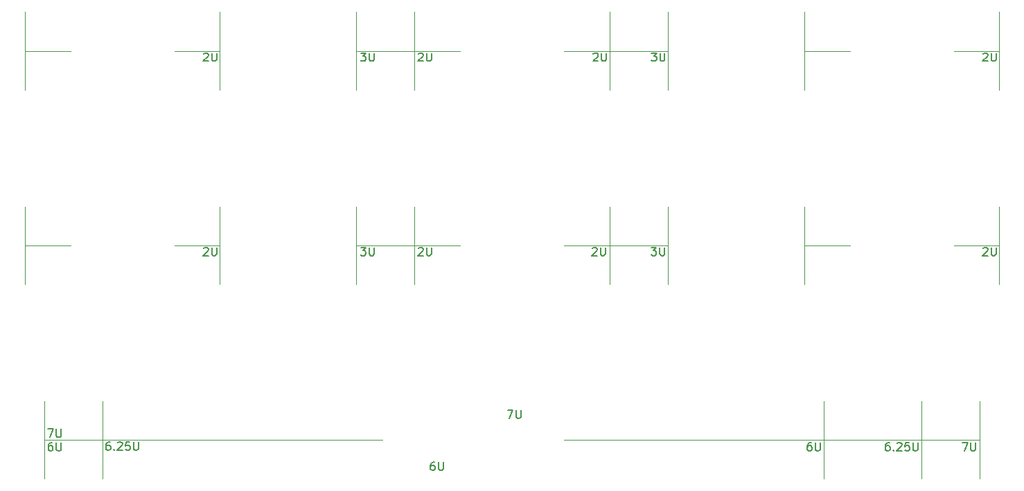
<source format=gto>
G04 #@! TF.GenerationSoftware,KiCad,Pcbnew,(5.1.10)-1*
G04 #@! TF.CreationDate,2021-07-06T10:58:16+02:00*
G04 #@! TF.ProjectId,stab_tester,73746162-5f74-4657-9374-65722e6b6963,rev?*
G04 #@! TF.SameCoordinates,Original*
G04 #@! TF.FileFunction,Legend,Top*
G04 #@! TF.FilePolarity,Positive*
%FSLAX46Y46*%
G04 Gerber Fmt 4.6, Leading zero omitted, Abs format (unit mm)*
G04 Created by KiCad (PCBNEW (5.1.10)-1) date 2021-07-06 10:58:16*
%MOMM*%
%LPD*%
G01*
G04 APERTURE LIST*
%ADD10C,0.150000*%
%ADD11C,0.120000*%
G04 APERTURE END LIST*
D10*
X106643357Y-93640630D02*
X107310023Y-93640630D01*
X106881452Y-94640630D01*
X107690976Y-93640630D02*
X107690976Y-94450154D01*
X107738595Y-94545392D01*
X107786214Y-94593011D01*
X107881452Y-94640630D01*
X108071928Y-94640630D01*
X108167166Y-94593011D01*
X108214785Y-94545392D01*
X108262404Y-94450154D01*
X108262404Y-93640630D01*
X97692166Y-99990630D02*
X97501690Y-99990630D01*
X97406452Y-100038250D01*
X97358833Y-100085869D01*
X97263595Y-100228726D01*
X97215976Y-100419202D01*
X97215976Y-100800154D01*
X97263595Y-100895392D01*
X97311214Y-100943011D01*
X97406452Y-100990630D01*
X97596928Y-100990630D01*
X97692166Y-100943011D01*
X97739785Y-100895392D01*
X97787404Y-100800154D01*
X97787404Y-100562059D01*
X97739785Y-100466821D01*
X97692166Y-100419202D01*
X97596928Y-100371583D01*
X97406452Y-100371583D01*
X97311214Y-100419202D01*
X97263595Y-100466821D01*
X97215976Y-100562059D01*
X98215976Y-99990630D02*
X98215976Y-100800154D01*
X98263595Y-100895392D01*
X98311214Y-100943011D01*
X98406452Y-100990630D01*
X98596928Y-100990630D01*
X98692166Y-100943011D01*
X98739785Y-100895392D01*
X98787404Y-100800154D01*
X98787404Y-99990630D01*
D11*
X88138000Y-49657000D02*
X100838000Y-49657000D01*
X88138000Y-44894500D02*
X88138000Y-54419500D01*
X95281750Y-44894500D02*
X95281750Y-54419500D01*
D10*
X88705857Y-49903130D02*
X89324904Y-49903130D01*
X88991571Y-50284083D01*
X89134428Y-50284083D01*
X89229666Y-50331702D01*
X89277285Y-50379321D01*
X89324904Y-50474559D01*
X89324904Y-50712654D01*
X89277285Y-50807892D01*
X89229666Y-50855511D01*
X89134428Y-50903130D01*
X88848714Y-50903130D01*
X88753476Y-50855511D01*
X88705857Y-50807892D01*
X89753476Y-49903130D02*
X89753476Y-50712654D01*
X89801095Y-50807892D01*
X89848714Y-50855511D01*
X89943952Y-50903130D01*
X90134428Y-50903130D01*
X90229666Y-50855511D01*
X90277285Y-50807892D01*
X90324904Y-50712654D01*
X90324904Y-49903130D01*
X95753476Y-49998369D02*
X95801095Y-49950750D01*
X95896333Y-49903130D01*
X96134428Y-49903130D01*
X96229666Y-49950750D01*
X96277285Y-49998369D01*
X96324904Y-50093607D01*
X96324904Y-50188845D01*
X96277285Y-50331702D01*
X95705857Y-50903130D01*
X96324904Y-50903130D01*
X96753476Y-49903130D02*
X96753476Y-50712654D01*
X96801095Y-50807892D01*
X96848714Y-50855511D01*
X96943952Y-50903130D01*
X97134428Y-50903130D01*
X97229666Y-50855511D01*
X97277285Y-50807892D01*
X97324904Y-50712654D01*
X97324904Y-49903130D01*
D11*
X120681750Y-49657000D02*
X119094250Y-49657000D01*
X71469250Y-73469500D02*
X65913000Y-73469500D01*
X71469250Y-68707000D02*
X71469250Y-78232000D01*
D10*
X69503476Y-73810869D02*
X69551095Y-73763250D01*
X69646333Y-73715630D01*
X69884428Y-73715630D01*
X69979666Y-73763250D01*
X70027285Y-73810869D01*
X70074904Y-73906107D01*
X70074904Y-74001345D01*
X70027285Y-74144202D01*
X69455857Y-74715630D01*
X70074904Y-74715630D01*
X70503476Y-73715630D02*
X70503476Y-74525154D01*
X70551095Y-74620392D01*
X70598714Y-74668011D01*
X70693952Y-74715630D01*
X70884428Y-74715630D01*
X70979666Y-74668011D01*
X71027285Y-74620392D01*
X71074904Y-74525154D01*
X71074904Y-73715630D01*
D11*
X71469250Y-49657000D02*
X65913000Y-49657000D01*
X71469250Y-44894500D02*
X71469250Y-54419500D01*
D10*
X69503476Y-49998369D02*
X69551095Y-49950750D01*
X69646333Y-49903130D01*
X69884428Y-49903130D01*
X69979666Y-49950750D01*
X70027285Y-49998369D01*
X70074904Y-50093607D01*
X70074904Y-50188845D01*
X70027285Y-50331702D01*
X69455857Y-50903130D01*
X70074904Y-50903130D01*
X70503476Y-49903130D02*
X70503476Y-50712654D01*
X70551095Y-50807892D01*
X70598714Y-50855511D01*
X70693952Y-50903130D01*
X70884428Y-50903130D01*
X70979666Y-50855511D01*
X71027285Y-50807892D01*
X71074904Y-50712654D01*
X71074904Y-49903130D01*
D11*
X119094250Y-49657000D02*
X113538000Y-49657000D01*
X119094250Y-44894500D02*
X119094250Y-54419500D01*
D10*
X117128476Y-49998369D02*
X117176095Y-49950750D01*
X117271333Y-49903130D01*
X117509428Y-49903130D01*
X117604666Y-49950750D01*
X117652285Y-49998369D01*
X117699904Y-50093607D01*
X117699904Y-50188845D01*
X117652285Y-50331702D01*
X117080857Y-50903130D01*
X117699904Y-50903130D01*
X118128476Y-49903130D02*
X118128476Y-50712654D01*
X118176095Y-50807892D01*
X118223714Y-50855511D01*
X118318952Y-50903130D01*
X118509428Y-50903130D01*
X118604666Y-50855511D01*
X118652285Y-50807892D01*
X118699904Y-50712654D01*
X118699904Y-49903130D01*
D11*
X126238000Y-49657000D02*
X120681750Y-49657000D01*
X126238000Y-44894500D02*
X126238000Y-54419500D01*
D10*
X124224607Y-49903130D02*
X124843654Y-49903130D01*
X124510321Y-50284083D01*
X124653178Y-50284083D01*
X124748416Y-50331702D01*
X124796035Y-50379321D01*
X124843654Y-50474559D01*
X124843654Y-50712654D01*
X124796035Y-50807892D01*
X124748416Y-50855511D01*
X124653178Y-50903130D01*
X124367464Y-50903130D01*
X124272226Y-50855511D01*
X124224607Y-50807892D01*
X125272226Y-49903130D02*
X125272226Y-50712654D01*
X125319845Y-50807892D01*
X125367464Y-50855511D01*
X125462702Y-50903130D01*
X125653178Y-50903130D01*
X125748416Y-50855511D01*
X125796035Y-50807892D01*
X125843654Y-50712654D01*
X125843654Y-49903130D01*
D11*
X166719250Y-49657000D02*
X161163000Y-49657000D01*
X166719250Y-44894500D02*
X166719250Y-54419500D01*
D10*
X164753476Y-49998369D02*
X164801095Y-49950750D01*
X164896333Y-49903130D01*
X165134428Y-49903130D01*
X165229666Y-49950750D01*
X165277285Y-49998369D01*
X165324904Y-50093607D01*
X165324904Y-50188845D01*
X165277285Y-50331702D01*
X164705857Y-50903130D01*
X165324904Y-50903130D01*
X165753476Y-49903130D02*
X165753476Y-50712654D01*
X165801095Y-50807892D01*
X165848714Y-50855511D01*
X165943952Y-50903130D01*
X166134428Y-50903130D01*
X166229666Y-50855511D01*
X166277285Y-50807892D01*
X166324904Y-50712654D01*
X166324904Y-49903130D01*
D11*
X47656750Y-73469500D02*
X53213000Y-73469500D01*
X88138000Y-73469500D02*
X100838000Y-73469500D01*
X126238000Y-73469500D02*
X113538000Y-73469500D01*
X142906750Y-73469500D02*
X148463000Y-73469500D01*
X166719250Y-73469500D02*
X161163000Y-73469500D01*
X142906750Y-49657000D02*
X148463000Y-49657000D01*
X47656750Y-49657000D02*
X53213000Y-49657000D01*
X47656750Y-44894500D02*
X47656750Y-54419500D01*
X142906750Y-44894500D02*
X142906750Y-54419500D01*
X166719250Y-68707000D02*
X166719250Y-78232000D01*
X142906750Y-68707000D02*
X142906750Y-78232000D01*
X126238000Y-68707000D02*
X126238000Y-78232000D01*
X119094250Y-68707000D02*
X119094250Y-78232000D01*
X95281750Y-68707000D02*
X95281750Y-78232000D01*
X88138000Y-68707000D02*
X88138000Y-78232000D01*
X47656750Y-73469500D02*
X47656750Y-78232000D01*
X47656750Y-68707000D02*
X47656750Y-73469500D01*
X164338000Y-97282000D02*
X164338000Y-92519500D01*
X157194250Y-97282000D02*
X157194250Y-92519500D01*
X145288000Y-97282000D02*
X145288000Y-92519500D01*
X145288000Y-97282000D02*
X145288000Y-102044500D01*
X157194250Y-97282000D02*
X157194250Y-102044500D01*
X164338000Y-97282000D02*
X164338000Y-102044500D01*
X113538000Y-97282000D02*
X164338000Y-97282000D01*
X50038000Y-97282000D02*
X91313000Y-97282000D01*
X57181750Y-97282000D02*
X57181750Y-102044500D01*
X50038000Y-97282000D02*
X50038000Y-102044500D01*
X50038000Y-97282000D02*
X50038000Y-92519500D01*
X57181750Y-97282000D02*
X57181750Y-92519500D01*
D10*
X50455857Y-95940630D02*
X51122523Y-95940630D01*
X50693952Y-96940630D01*
X51503476Y-95940630D02*
X51503476Y-96750154D01*
X51551095Y-96845392D01*
X51598714Y-96893011D01*
X51693952Y-96940630D01*
X51884428Y-96940630D01*
X51979666Y-96893011D01*
X52027285Y-96845392D01*
X52074904Y-96750154D01*
X52074904Y-95940630D01*
X58039190Y-97528130D02*
X57848714Y-97528130D01*
X57753476Y-97575750D01*
X57705857Y-97623369D01*
X57610619Y-97766226D01*
X57563000Y-97956702D01*
X57563000Y-98337654D01*
X57610619Y-98432892D01*
X57658238Y-98480511D01*
X57753476Y-98528130D01*
X57943952Y-98528130D01*
X58039190Y-98480511D01*
X58086809Y-98432892D01*
X58134428Y-98337654D01*
X58134428Y-98099559D01*
X58086809Y-98004321D01*
X58039190Y-97956702D01*
X57943952Y-97909083D01*
X57753476Y-97909083D01*
X57658238Y-97956702D01*
X57610619Y-98004321D01*
X57563000Y-98099559D01*
X58563000Y-98432892D02*
X58610619Y-98480511D01*
X58563000Y-98528130D01*
X58515380Y-98480511D01*
X58563000Y-98432892D01*
X58563000Y-98528130D01*
X58991571Y-97623369D02*
X59039190Y-97575750D01*
X59134428Y-97528130D01*
X59372523Y-97528130D01*
X59467761Y-97575750D01*
X59515380Y-97623369D01*
X59563000Y-97718607D01*
X59563000Y-97813845D01*
X59515380Y-97956702D01*
X58943952Y-98528130D01*
X59563000Y-98528130D01*
X60467761Y-97528130D02*
X59991571Y-97528130D01*
X59943952Y-98004321D01*
X59991571Y-97956702D01*
X60086809Y-97909083D01*
X60324904Y-97909083D01*
X60420142Y-97956702D01*
X60467761Y-98004321D01*
X60515380Y-98099559D01*
X60515380Y-98337654D01*
X60467761Y-98432892D01*
X60420142Y-98480511D01*
X60324904Y-98528130D01*
X60086809Y-98528130D01*
X59991571Y-98480511D01*
X59943952Y-98432892D01*
X60943952Y-97528130D02*
X60943952Y-98337654D01*
X60991571Y-98432892D01*
X61039190Y-98480511D01*
X61134428Y-98528130D01*
X61324904Y-98528130D01*
X61420142Y-98480511D01*
X61467761Y-98432892D01*
X61515380Y-98337654D01*
X61515380Y-97528130D01*
X50979666Y-97609380D02*
X50789190Y-97609380D01*
X50693952Y-97657000D01*
X50646333Y-97704619D01*
X50551095Y-97847476D01*
X50503476Y-98037952D01*
X50503476Y-98418904D01*
X50551095Y-98514142D01*
X50598714Y-98561761D01*
X50693952Y-98609380D01*
X50884428Y-98609380D01*
X50979666Y-98561761D01*
X51027285Y-98514142D01*
X51074904Y-98418904D01*
X51074904Y-98180809D01*
X51027285Y-98085571D01*
X50979666Y-98037952D01*
X50884428Y-97990333D01*
X50693952Y-97990333D01*
X50598714Y-98037952D01*
X50551095Y-98085571D01*
X50503476Y-98180809D01*
X51503476Y-97609380D02*
X51503476Y-98418904D01*
X51551095Y-98514142D01*
X51598714Y-98561761D01*
X51693952Y-98609380D01*
X51884428Y-98609380D01*
X51979666Y-98561761D01*
X52027285Y-98514142D01*
X52074904Y-98418904D01*
X52074904Y-97609380D01*
X88705857Y-73715630D02*
X89324904Y-73715630D01*
X88991571Y-74096583D01*
X89134428Y-74096583D01*
X89229666Y-74144202D01*
X89277285Y-74191821D01*
X89324904Y-74287059D01*
X89324904Y-74525154D01*
X89277285Y-74620392D01*
X89229666Y-74668011D01*
X89134428Y-74715630D01*
X88848714Y-74715630D01*
X88753476Y-74668011D01*
X88705857Y-74620392D01*
X89753476Y-73715630D02*
X89753476Y-74525154D01*
X89801095Y-74620392D01*
X89848714Y-74668011D01*
X89943952Y-74715630D01*
X90134428Y-74715630D01*
X90229666Y-74668011D01*
X90277285Y-74620392D01*
X90324904Y-74525154D01*
X90324904Y-73715630D01*
X95753476Y-73810869D02*
X95801095Y-73763250D01*
X95896333Y-73715630D01*
X96134428Y-73715630D01*
X96229666Y-73763250D01*
X96277285Y-73810869D01*
X96324904Y-73906107D01*
X96324904Y-74001345D01*
X96277285Y-74144202D01*
X95705857Y-74715630D01*
X96324904Y-74715630D01*
X96753476Y-73715630D02*
X96753476Y-74525154D01*
X96801095Y-74620392D01*
X96848714Y-74668011D01*
X96943952Y-74715630D01*
X97134428Y-74715630D01*
X97229666Y-74668011D01*
X97277285Y-74620392D01*
X97324904Y-74525154D01*
X97324904Y-73715630D01*
X124205857Y-73715630D02*
X124824904Y-73715630D01*
X124491571Y-74096583D01*
X124634428Y-74096583D01*
X124729666Y-74144202D01*
X124777285Y-74191821D01*
X124824904Y-74287059D01*
X124824904Y-74525154D01*
X124777285Y-74620392D01*
X124729666Y-74668011D01*
X124634428Y-74715630D01*
X124348714Y-74715630D01*
X124253476Y-74668011D01*
X124205857Y-74620392D01*
X125253476Y-73715630D02*
X125253476Y-74525154D01*
X125301095Y-74620392D01*
X125348714Y-74668011D01*
X125443952Y-74715630D01*
X125634428Y-74715630D01*
X125729666Y-74668011D01*
X125777285Y-74620392D01*
X125824904Y-74525154D01*
X125824904Y-73715630D01*
X117003476Y-73810869D02*
X117051095Y-73763250D01*
X117146333Y-73715630D01*
X117384428Y-73715630D01*
X117479666Y-73763250D01*
X117527285Y-73810869D01*
X117574904Y-73906107D01*
X117574904Y-74001345D01*
X117527285Y-74144202D01*
X116955857Y-74715630D01*
X117574904Y-74715630D01*
X118003476Y-73715630D02*
X118003476Y-74525154D01*
X118051095Y-74620392D01*
X118098714Y-74668011D01*
X118193952Y-74715630D01*
X118384428Y-74715630D01*
X118479666Y-74668011D01*
X118527285Y-74620392D01*
X118574904Y-74525154D01*
X118574904Y-73715630D01*
X164753476Y-73810869D02*
X164801095Y-73763250D01*
X164896333Y-73715630D01*
X165134428Y-73715630D01*
X165229666Y-73763250D01*
X165277285Y-73810869D01*
X165324904Y-73906107D01*
X165324904Y-74001345D01*
X165277285Y-74144202D01*
X164705857Y-74715630D01*
X165324904Y-74715630D01*
X165753476Y-73715630D02*
X165753476Y-74525154D01*
X165801095Y-74620392D01*
X165848714Y-74668011D01*
X165943952Y-74715630D01*
X166134428Y-74715630D01*
X166229666Y-74668011D01*
X166277285Y-74620392D01*
X166324904Y-74525154D01*
X166324904Y-73715630D01*
X143729666Y-97609380D02*
X143539190Y-97609380D01*
X143443952Y-97657000D01*
X143396333Y-97704619D01*
X143301095Y-97847476D01*
X143253476Y-98037952D01*
X143253476Y-98418904D01*
X143301095Y-98514142D01*
X143348714Y-98561761D01*
X143443952Y-98609380D01*
X143634428Y-98609380D01*
X143729666Y-98561761D01*
X143777285Y-98514142D01*
X143824904Y-98418904D01*
X143824904Y-98180809D01*
X143777285Y-98085571D01*
X143729666Y-98037952D01*
X143634428Y-97990333D01*
X143443952Y-97990333D01*
X143348714Y-98037952D01*
X143301095Y-98085571D01*
X143253476Y-98180809D01*
X144253476Y-97609380D02*
X144253476Y-98418904D01*
X144301095Y-98514142D01*
X144348714Y-98561761D01*
X144443952Y-98609380D01*
X144634428Y-98609380D01*
X144729666Y-98561761D01*
X144777285Y-98514142D01*
X144824904Y-98418904D01*
X144824904Y-97609380D01*
X153289190Y-97609380D02*
X153098714Y-97609380D01*
X153003476Y-97657000D01*
X152955857Y-97704619D01*
X152860619Y-97847476D01*
X152813000Y-98037952D01*
X152813000Y-98418904D01*
X152860619Y-98514142D01*
X152908238Y-98561761D01*
X153003476Y-98609380D01*
X153193952Y-98609380D01*
X153289190Y-98561761D01*
X153336809Y-98514142D01*
X153384428Y-98418904D01*
X153384428Y-98180809D01*
X153336809Y-98085571D01*
X153289190Y-98037952D01*
X153193952Y-97990333D01*
X153003476Y-97990333D01*
X152908238Y-98037952D01*
X152860619Y-98085571D01*
X152813000Y-98180809D01*
X153813000Y-98514142D02*
X153860619Y-98561761D01*
X153813000Y-98609380D01*
X153765380Y-98561761D01*
X153813000Y-98514142D01*
X153813000Y-98609380D01*
X154241571Y-97704619D02*
X154289190Y-97657000D01*
X154384428Y-97609380D01*
X154622523Y-97609380D01*
X154717761Y-97657000D01*
X154765380Y-97704619D01*
X154813000Y-97799857D01*
X154813000Y-97895095D01*
X154765380Y-98037952D01*
X154193952Y-98609380D01*
X154813000Y-98609380D01*
X155717761Y-97609380D02*
X155241571Y-97609380D01*
X155193952Y-98085571D01*
X155241571Y-98037952D01*
X155336809Y-97990333D01*
X155574904Y-97990333D01*
X155670142Y-98037952D01*
X155717761Y-98085571D01*
X155765380Y-98180809D01*
X155765380Y-98418904D01*
X155717761Y-98514142D01*
X155670142Y-98561761D01*
X155574904Y-98609380D01*
X155336809Y-98609380D01*
X155241571Y-98561761D01*
X155193952Y-98514142D01*
X156193952Y-97609380D02*
X156193952Y-98418904D01*
X156241571Y-98514142D01*
X156289190Y-98561761D01*
X156384428Y-98609380D01*
X156574904Y-98609380D01*
X156670142Y-98561761D01*
X156717761Y-98514142D01*
X156765380Y-98418904D01*
X156765380Y-97609380D01*
X162205857Y-97609380D02*
X162872523Y-97609380D01*
X162443952Y-98609380D01*
X163253476Y-97609380D02*
X163253476Y-98418904D01*
X163301095Y-98514142D01*
X163348714Y-98561761D01*
X163443952Y-98609380D01*
X163634428Y-98609380D01*
X163729666Y-98561761D01*
X163777285Y-98514142D01*
X163824904Y-98418904D01*
X163824904Y-97609380D01*
M02*

</source>
